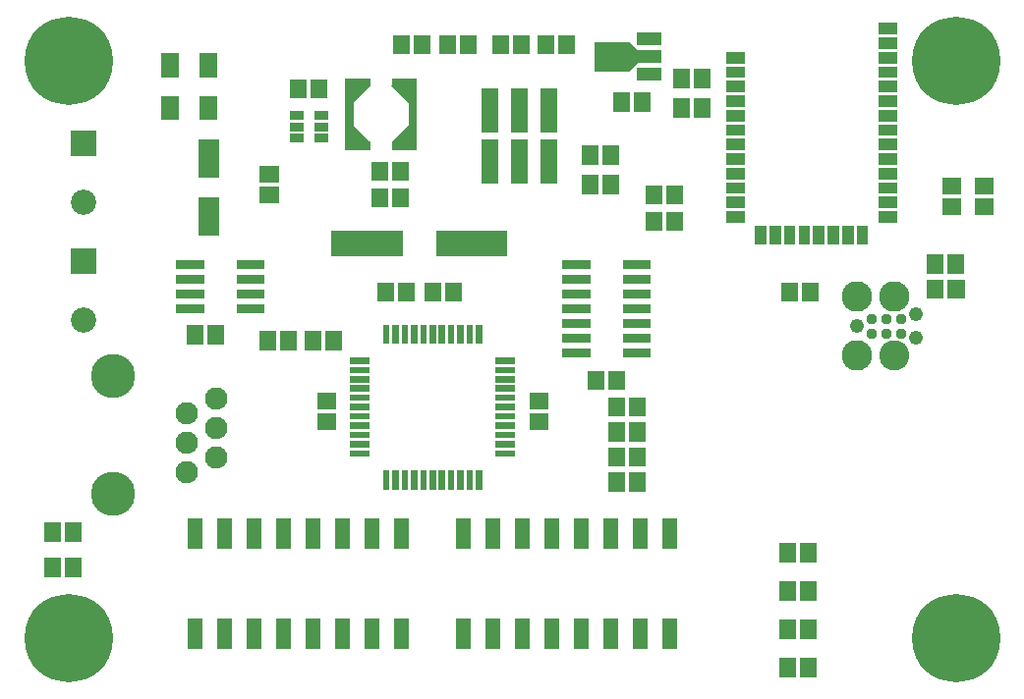
<source format=gbr>
G04 start of page 7 for group -4063 idx -4063 *
G04 Title: (unknown), componentmask *
G04 Creator: pcb 4.0.2 *
G04 CreationDate: Sun Oct 16 03:55:39 2022 UTC *
G04 For: ndholmes *
G04 Format: Gerber/RS-274X *
G04 PCB-Dimensions (mil): 3350.00 2300.00 *
G04 PCB-Coordinate-Origin: lower left *
%MOIN*%
%FSLAX25Y25*%
%LNTOPMASK*%
%ADD61C,0.0370*%
%ADD60C,0.0860*%
%ADD59C,0.0001*%
%ADD58C,0.0760*%
%ADD57C,0.1500*%
%ADD56C,0.2997*%
%ADD55C,0.1025*%
%ADD54C,0.0490*%
%ADD53C,0.1035*%
G54D53*X284500Y133000D03*
X297000D03*
G54D54*X284500Y123000D03*
G54D55*X297000Y113000D03*
G54D53*X284500D03*
G54D54*X304500Y127000D03*
Y119000D03*
G54D56*X318000Y213000D03*
Y17000D03*
G54D57*X32000Y106000D03*
G54D58*X67000Y98500D03*
X57000Y93500D03*
X67000Y88500D03*
X57000Y83500D03*
X67000Y78500D03*
X57000Y73500D03*
G54D57*X32000Y66000D03*
G54D56*X17000Y17000D03*
Y213000D03*
G54D59*G36*
X17700Y149300D02*Y140700D01*
X26300D01*
Y149300D01*
X17700D01*
G37*
G54D60*X22000Y125000D03*
G54D59*G36*
X17700Y189300D02*Y180700D01*
X26300D01*
Y189300D01*
X17700D01*
G37*
G54D60*X22000Y165000D03*
G54D59*G36*
X53500Y145500D02*Y142500D01*
X63000D01*
Y145500D01*
X53500D01*
G37*
G36*
Y140500D02*Y137500D01*
X63000D01*
Y140500D01*
X53500D01*
G37*
G36*
Y135500D02*Y132500D01*
X63000D01*
Y135500D01*
X53500D01*
G37*
G36*
X74000Y130500D02*Y127500D01*
X83500D01*
Y130500D01*
X74000D01*
G37*
G36*
Y135500D02*Y132500D01*
X83500D01*
Y135500D01*
X74000D01*
G37*
G36*
Y140500D02*Y137500D01*
X83500D01*
Y140500D01*
X74000D01*
G37*
G36*
Y145500D02*Y142500D01*
X83500D01*
Y145500D01*
X74000D01*
G37*
G36*
X53500Y130500D02*Y127500D01*
X63000D01*
Y130500D01*
X53500D01*
G37*
G36*
X62816Y123252D02*X57098D01*
Y116748D01*
X62816D01*
Y123252D01*
G37*
G36*
X109902Y121252D02*X104184D01*
Y114748D01*
X109902D01*
Y121252D01*
G37*
G36*
X102816D02*X97098D01*
Y114748D01*
X102816D01*
Y121252D01*
G37*
G36*
X87316D02*X81598D01*
Y114748D01*
X87316D01*
Y121252D01*
G37*
G36*
X94402D02*X88684D01*
Y114748D01*
X94402D01*
Y121252D01*
G37*
G36*
X69902Y123252D02*X64184D01*
Y116748D01*
X69902D01*
Y123252D01*
G37*
G36*
X67950Y166757D02*X61050D01*
Y153558D01*
X67950D01*
Y166757D01*
G37*
G36*
X106172Y155237D02*Y146763D01*
X130394D01*
Y155237D01*
X106172D01*
G37*
G36*
X141606D02*Y146763D01*
X165828D01*
Y155237D01*
X141606D01*
G37*
G36*
X150402Y137752D02*X144684D01*
Y131248D01*
X150402D01*
Y137752D01*
G37*
G36*
X143316D02*X137598D01*
Y131248D01*
X143316D01*
Y137752D01*
G37*
G36*
X127316D02*X121598D01*
Y131248D01*
X127316D01*
Y137752D01*
G37*
G36*
X134402D02*X128684D01*
Y131248D01*
X134402D01*
Y137752D01*
G37*
G36*
X205000Y130500D02*Y127500D01*
X214500D01*
Y130500D01*
X205000D01*
G37*
G36*
Y135500D02*Y132500D01*
X214500D01*
Y135500D01*
X205000D01*
G37*
G36*
Y140500D02*Y137500D01*
X214500D01*
Y140500D01*
X205000D01*
G37*
G36*
Y145500D02*Y142500D01*
X214500D01*
Y145500D01*
X205000D01*
G37*
G36*
X225402Y161752D02*X219684D01*
Y155248D01*
X225402D01*
Y161752D01*
G37*
G36*
X218316D02*X212598D01*
Y155248D01*
X218316D01*
Y161752D01*
G37*
G36*
X184500Y145500D02*Y142500D01*
X194000D01*
Y145500D01*
X184500D01*
G37*
G36*
Y140500D02*Y137500D01*
X194000D01*
Y140500D01*
X184500D01*
G37*
G36*
Y135500D02*Y132500D01*
X194000D01*
Y135500D01*
X184500D01*
G37*
G54D61*X289500Y120500D03*
Y125500D03*
X294500Y120500D03*
Y125500D03*
X299500Y120500D03*
Y125500D03*
G54D59*G36*
X264316Y137752D02*X258598D01*
Y131248D01*
X264316D01*
Y137752D01*
G37*
G36*
X271402D02*X265684D01*
Y131248D01*
X271402D01*
Y137752D01*
G37*
G36*
X320945Y138752D02*X315227D01*
Y132248D01*
X320945D01*
Y138752D01*
G37*
G36*
X313859D02*X308141D01*
Y132248D01*
X313859D01*
Y138752D01*
G37*
G36*
X320902Y147252D02*X315184D01*
Y140748D01*
X320902D01*
Y147252D01*
G37*
G36*
X313816D02*X308098D01*
Y140748D01*
X313816D01*
Y147252D01*
G37*
G36*
X184500Y130500D02*Y127500D01*
X194000D01*
Y130500D01*
X184500D01*
G37*
G36*
X205000Y115500D02*Y112500D01*
X214500D01*
Y115500D01*
X205000D01*
G37*
G36*
Y120500D02*Y117500D01*
X214500D01*
Y120500D01*
X205000D01*
G37*
G36*
Y125500D02*Y122500D01*
X214500D01*
Y125500D01*
X205000D01*
G37*
G36*
X184500D02*Y122500D01*
X194000D01*
Y125500D01*
X184500D01*
G37*
G36*
Y120500D02*Y117500D01*
X194000D01*
Y120500D01*
X184500D01*
G37*
G36*
Y115500D02*Y112500D01*
X194000D01*
Y115500D01*
X184500D01*
G37*
G36*
X205902Y107752D02*X200184D01*
Y101248D01*
X205902D01*
Y107752D01*
G37*
G36*
X198816D02*X193098D01*
Y101248D01*
X198816D01*
Y107752D01*
G37*
G36*
X212902Y98752D02*X207184D01*
Y92248D01*
X212902D01*
Y98752D01*
G37*
G36*
X205816D02*X200098D01*
Y92248D01*
X205816D01*
Y98752D01*
G37*
G36*
X212902Y90252D02*X207184D01*
Y83748D01*
X212902D01*
Y90252D01*
G37*
G36*
X205816D02*X200098D01*
Y83748D01*
X205816D01*
Y90252D01*
G37*
G36*
X212902Y81752D02*X207184D01*
Y75248D01*
X212902D01*
Y81752D01*
G37*
G36*
X205816D02*X200098D01*
Y75248D01*
X205816D01*
Y81752D01*
G37*
G36*
X212902Y73252D02*X207184D01*
Y66748D01*
X212902D01*
Y73252D01*
G37*
G36*
X205816D02*X200098D01*
Y66748D01*
X205816D01*
Y73252D01*
G37*
G36*
X207316Y202252D02*X201598D01*
Y195748D01*
X207316D01*
Y202252D01*
G37*
G36*
X214402D02*X208684D01*
Y195748D01*
X214402D01*
Y202252D01*
G37*
G36*
X181816Y221752D02*X176098D01*
Y215248D01*
X181816D01*
Y221752D01*
G37*
G36*
X188902D02*X183184D01*
Y215248D01*
X188902D01*
Y221752D01*
G37*
G36*
X166316D02*X160598D01*
Y215248D01*
X166316D01*
Y221752D01*
G37*
G36*
X173402D02*X167684D01*
Y215248D01*
X173402D01*
Y221752D01*
G37*
G36*
X209700Y210784D02*Y206404D01*
X218174D01*
Y210784D01*
X209700D01*
G37*
G36*
X201984Y216690D02*Y212310D01*
X218174D01*
Y216690D01*
X201984D01*
G37*
G36*
X195525Y219525D02*Y209475D01*
X207465D01*
Y219525D01*
X195525D01*
G37*
G36*
X210429Y212615D02*X208585Y214459D01*
X205321Y211195D01*
X207165Y209351D01*
X210429Y212615D01*
G37*
G36*
X207165Y219649D02*X205321Y217805D01*
X208585Y214541D01*
X210429Y216385D01*
X207165Y219649D01*
G37*
G36*
X209700Y222596D02*Y218216D01*
X218174D01*
Y222596D01*
X209700D01*
G37*
G36*
X227816Y210252D02*X222098D01*
Y203748D01*
X227816D01*
Y210252D01*
G37*
G36*
Y200252D02*X222098D01*
Y193748D01*
X227816D01*
Y200252D01*
G37*
G36*
X139902Y221752D02*X134184D01*
Y215248D01*
X139902D01*
Y221752D01*
G37*
G36*
X132816D02*X127098D01*
Y215248D01*
X132816D01*
Y221752D01*
G37*
G36*
X155402D02*X149684D01*
Y215248D01*
X155402D01*
Y221752D01*
G37*
G36*
X148316D02*X142598D01*
Y215248D01*
X148316D01*
Y221752D01*
G37*
G36*
X162800Y186304D02*X157200D01*
Y171216D01*
X162800D01*
Y186304D01*
G37*
G36*
Y203784D02*X157200D01*
Y188696D01*
X162800D01*
Y203784D01*
G37*
G36*
X172800Y186304D02*X167200D01*
Y171216D01*
X172800D01*
Y186304D01*
G37*
G36*
Y203784D02*X167200D01*
Y188696D01*
X172800D01*
Y203784D01*
G37*
G36*
X182800Y186304D02*X177200D01*
Y171216D01*
X182800D01*
Y186304D01*
G37*
G36*
Y203784D02*X177200D01*
Y188696D01*
X182800D01*
Y203784D01*
G37*
G36*
X196816Y184252D02*X191098D01*
Y177748D01*
X196816D01*
Y184252D01*
G37*
G36*
X203902D02*X198184D01*
Y177748D01*
X203902D01*
Y184252D01*
G37*
G36*
X196816Y174252D02*X191098D01*
Y167748D01*
X196816D01*
Y174252D01*
G37*
G36*
X203902D02*X198184D01*
Y167748D01*
X203902D01*
Y174252D01*
G37*
G36*
X135150Y207150D02*X132250D01*
Y182850D01*
X135150D01*
Y207150D01*
G37*
G36*
X126650D02*Y204250D01*
X135150D01*
Y207150D01*
X126650D01*
G37*
G36*
X135096Y188923D02*X132550Y191469D01*
X126531Y185450D01*
X129077Y182904D01*
X135096Y188923D01*
G37*
G36*
X129077Y207096D02*X126531Y204550D01*
X132550Y198531D01*
X135096Y201077D01*
X129077Y207096D01*
G37*
G36*
X130750Y187250D02*Y183650D01*
X134350D01*
Y187250D01*
X130750D01*
G37*
G36*
Y206350D02*Y202750D01*
X134350D01*
Y206350D01*
X130750D01*
G37*
G36*
X126650Y185750D02*Y182850D01*
X135150D01*
Y185750D01*
X126650D01*
G37*
G36*
X132402Y178752D02*X126684D01*
Y172248D01*
X132402D01*
Y178752D01*
G37*
G36*
Y169752D02*X126684D01*
Y163248D01*
X132402D01*
Y169752D01*
G37*
G36*
X240050Y216096D02*Y212196D01*
X246352D01*
Y216096D01*
X240050D01*
G37*
G36*
Y211174D02*Y207274D01*
X246352D01*
Y211174D01*
X240050D01*
G37*
G36*
Y206253D02*Y202353D01*
X246352D01*
Y206253D01*
X240050D01*
G37*
G36*
Y201332D02*Y197432D01*
X246352D01*
Y201332D01*
X240050D01*
G37*
G36*
Y196411D02*Y192511D01*
X246352D01*
Y196411D01*
X240050D01*
G37*
G36*
Y191489D02*Y187589D01*
X246352D01*
Y191489D01*
X240050D01*
G37*
G36*
Y186568D02*Y182668D01*
X246352D01*
Y186568D01*
X240050D01*
G37*
G36*
X234902Y210252D02*X229184D01*
Y203748D01*
X234902D01*
Y210252D01*
G37*
G36*
Y200252D02*X229184D01*
Y193748D01*
X234902D01*
Y200252D01*
G37*
G36*
X240050Y181647D02*Y177747D01*
X246352D01*
Y181647D01*
X240050D01*
G37*
G36*
Y176726D02*Y172826D01*
X246352D01*
Y176726D01*
X240050D01*
G37*
G36*
Y171804D02*Y167904D01*
X246352D01*
Y171804D01*
X240050D01*
G37*
G36*
Y166883D02*Y162983D01*
X246352D01*
Y166883D01*
X240050D01*
G37*
G36*
Y161962D02*Y158062D01*
X246352D01*
Y161962D01*
X240050D01*
G37*
G36*
X253726Y157100D02*X249826D01*
Y150802D01*
X253726D01*
Y157100D01*
G37*
G36*
X225402Y170752D02*X219684D01*
Y164248D01*
X225402D01*
Y170752D01*
G37*
G36*
X218316D02*X212598D01*
Y164248D01*
X218316D01*
Y170752D01*
G37*
G36*
X258647Y157100D02*X254747D01*
Y150802D01*
X258647D01*
Y157100D01*
G37*
G36*
X263568D02*X259668D01*
Y150802D01*
X263568D01*
Y157100D01*
G37*
G36*
X268489D02*X264589D01*
Y150802D01*
X268489D01*
Y157100D01*
G37*
G36*
X273411D02*X269511D01*
Y150802D01*
X273411D01*
Y157100D01*
G37*
G36*
X278332D02*X274432D01*
Y150802D01*
X278332D01*
Y157100D01*
G37*
G36*
X283253D02*X279353D01*
Y150802D01*
X283253D01*
Y157100D01*
G37*
G36*
X288174D02*X284274D01*
Y150802D01*
X288174D01*
Y157100D01*
G37*
G36*
X291648Y161962D02*Y158062D01*
X297950D01*
Y161962D01*
X291648D01*
G37*
G36*
Y166883D02*Y162983D01*
X297950D01*
Y166883D01*
X291648D01*
G37*
G36*
Y171804D02*Y167904D01*
X297950D01*
Y171804D01*
X291648D01*
G37*
G36*
Y176726D02*Y172826D01*
X297950D01*
Y176726D01*
X291648D01*
G37*
G36*
X313248Y173402D02*Y167684D01*
X319752D01*
Y173402D01*
X313248D01*
G37*
G36*
Y166316D02*Y160598D01*
X319752D01*
Y166316D01*
X313248D01*
G37*
G36*
X324248Y173402D02*Y167684D01*
X330752D01*
Y173402D01*
X324248D01*
G37*
G36*
Y166316D02*Y160598D01*
X330752D01*
Y166316D01*
X324248D01*
G37*
G36*
X291648Y181647D02*Y177747D01*
X297950D01*
Y181647D01*
X291648D01*
G37*
G36*
Y186568D02*Y182668D01*
X297950D01*
Y186568D01*
X291648D01*
G37*
G36*
Y191489D02*Y187589D01*
X297950D01*
Y191489D01*
X291648D01*
G37*
G36*
Y196411D02*Y192511D01*
X297950D01*
Y196411D01*
X291648D01*
G37*
G36*
Y201332D02*Y197432D01*
X297950D01*
Y201332D01*
X291648D01*
G37*
G36*
Y206253D02*Y202353D01*
X297950D01*
Y206253D01*
X291648D01*
G37*
G36*
Y211174D02*Y207274D01*
X297950D01*
Y211174D01*
X291648D01*
G37*
G36*
Y216096D02*Y212196D01*
X297950D01*
Y216096D01*
X291648D01*
G37*
G36*
Y221017D02*Y217117D01*
X297950D01*
Y221017D01*
X291648D01*
G37*
G36*
Y225938D02*Y222038D01*
X297950D01*
Y225938D01*
X291648D01*
G37*
G36*
X153500Y23650D02*X148500D01*
Y13450D01*
X153500D01*
Y23650D01*
G37*
G36*
X163500D02*X158500D01*
Y13450D01*
X163500D01*
Y23650D01*
G37*
G36*
X173500D02*X168500D01*
Y13450D01*
X173500D01*
Y23650D01*
G37*
G36*
X183500D02*X178500D01*
Y13450D01*
X183500D01*
Y23650D01*
G37*
G36*
X193500D02*X188500D01*
Y13450D01*
X193500D01*
Y23650D01*
G37*
G36*
X203500D02*X198500D01*
Y13450D01*
X203500D01*
Y23650D01*
G37*
G36*
X213500D02*X208500D01*
Y13450D01*
X213500D01*
Y23650D01*
G37*
G36*
X153500Y57550D02*X148500D01*
Y47350D01*
X153500D01*
Y57550D01*
G37*
G36*
X163500D02*X158500D01*
Y47350D01*
X163500D01*
Y57550D01*
G37*
G36*
X173500D02*X168500D01*
Y47350D01*
X173500D01*
Y57550D01*
G37*
G36*
X183500D02*X178500D01*
Y47350D01*
X183500D01*
Y57550D01*
G37*
G36*
X193500D02*X188500D01*
Y47350D01*
X193500D01*
Y57550D01*
G37*
G36*
X203500D02*X198500D01*
Y47350D01*
X203500D01*
Y57550D01*
G37*
G36*
X213500D02*X208500D01*
Y47350D01*
X213500D01*
Y57550D01*
G37*
G36*
X223500D02*X218500D01*
Y47350D01*
X223500D01*
Y57550D01*
G37*
G36*
X62500Y23650D02*X57500D01*
Y13450D01*
X62500D01*
Y23650D01*
G37*
G36*
X72500D02*X67500D01*
Y13450D01*
X72500D01*
Y23650D01*
G37*
G36*
X82500D02*X77500D01*
Y13450D01*
X82500D01*
Y23650D01*
G37*
G36*
X92500D02*X87500D01*
Y13450D01*
X92500D01*
Y23650D01*
G37*
G36*
X102500D02*X97500D01*
Y13450D01*
X102500D01*
Y23650D01*
G37*
G36*
X112500D02*X107500D01*
Y13450D01*
X112500D01*
Y23650D01*
G37*
G36*
X122500D02*X117500D01*
Y13450D01*
X122500D01*
Y23650D01*
G37*
G36*
X132500D02*X127500D01*
Y13450D01*
X132500D01*
Y23650D01*
G37*
G36*
X14316Y56252D02*X8598D01*
Y49748D01*
X14316D01*
Y56252D01*
G37*
G36*
X21402D02*X15684D01*
Y49748D01*
X21402D01*
Y56252D01*
G37*
G36*
Y44252D02*X15684D01*
Y37748D01*
X21402D01*
Y44252D01*
G37*
G36*
X14316D02*X8598D01*
Y37748D01*
X14316D01*
Y44252D01*
G37*
G36*
X223500Y23650D02*X218500D01*
Y13450D01*
X223500D01*
Y23650D01*
G37*
G36*
X270902Y10252D02*X265184D01*
Y3748D01*
X270902D01*
Y10252D01*
G37*
G36*
X263816D02*X258098D01*
Y3748D01*
X263816D01*
Y10252D01*
G37*
G36*
X270902Y23252D02*X265184D01*
Y16748D01*
X270902D01*
Y23252D01*
G37*
G36*
X263816D02*X258098D01*
Y16748D01*
X263816D01*
Y23252D01*
G37*
G36*
X270902Y36252D02*X265184D01*
Y29748D01*
X270902D01*
Y36252D01*
G37*
G36*
X263816D02*X258098D01*
Y29748D01*
X263816D01*
Y36252D01*
G37*
G36*
X270902Y49252D02*X265184D01*
Y42748D01*
X270902D01*
Y49252D01*
G37*
G36*
X263816D02*X258098D01*
Y42748D01*
X263816D01*
Y49252D01*
G37*
G36*
X62500Y57550D02*X57500D01*
Y47350D01*
X62500D01*
Y57550D01*
G37*
G36*
X72500D02*X67500D01*
Y47350D01*
X72500D01*
Y57550D01*
G37*
G36*
X82500D02*X77500D01*
Y47350D01*
X82500D01*
Y57550D01*
G37*
G36*
X92500D02*X87500D01*
Y47350D01*
X92500D01*
Y57550D01*
G37*
G36*
X102500D02*X97500D01*
Y47350D01*
X102500D01*
Y57550D01*
G37*
G36*
X112500D02*X107500D01*
Y47350D01*
X112500D01*
Y57550D01*
G37*
G36*
X122500D02*X117500D01*
Y47350D01*
X122500D01*
Y57550D01*
G37*
G36*
X132500D02*X127500D01*
Y47350D01*
X132500D01*
Y57550D01*
G37*
G36*
X157335Y123485D02*X155161D01*
Y116885D01*
X157335D01*
Y123485D01*
G37*
G36*
X154186D02*X152012D01*
Y116885D01*
X154186D01*
Y123485D01*
G37*
G36*
X151036D02*X148862D01*
Y116885D01*
X151036D01*
Y123485D01*
G37*
G36*
X147887D02*X145713D01*
Y116885D01*
X147887D01*
Y123485D01*
G37*
G36*
X144737D02*X142563D01*
Y116885D01*
X144737D01*
Y123485D01*
G37*
G36*
X141587D02*X139413D01*
Y116885D01*
X141587D01*
Y123485D01*
G37*
G36*
X138438D02*X136264D01*
Y116885D01*
X138438D01*
Y123485D01*
G37*
G36*
X135288D02*X133114D01*
Y116885D01*
X135288D01*
Y123485D01*
G37*
G36*
X132139D02*X129965D01*
Y116885D01*
X132139D01*
Y123485D01*
G37*
G36*
X128989D02*X126815D01*
Y116885D01*
X128989D01*
Y123485D01*
G37*
G36*
X125839D02*X123665D01*
Y116885D01*
X125839D01*
Y123485D01*
G37*
G36*
X112515Y112335D02*Y110161D01*
X119115D01*
Y112335D01*
X112515D01*
G37*
G36*
Y109186D02*Y107012D01*
X119115D01*
Y109186D01*
X112515D01*
G37*
G36*
Y106036D02*Y103862D01*
X119115D01*
Y106036D01*
X112515D01*
G37*
G36*
Y102887D02*Y100713D01*
X119115D01*
Y102887D01*
X112515D01*
G37*
G36*
Y99737D02*Y97563D01*
X119115D01*
Y99737D01*
X112515D01*
G37*
G36*
Y96587D02*Y94413D01*
X119115D01*
Y96587D01*
X112515D01*
G37*
G36*
X101248Y100402D02*Y94684D01*
X107752D01*
Y100402D01*
X101248D01*
G37*
G36*
Y93316D02*Y87598D01*
X107752D01*
Y93316D01*
X101248D01*
G37*
G36*
X112515Y93438D02*Y91264D01*
X119115D01*
Y93438D01*
X112515D01*
G37*
G36*
Y90288D02*Y88114D01*
X119115D01*
Y90288D01*
X112515D01*
G37*
G36*
Y87139D02*Y84965D01*
X119115D01*
Y87139D01*
X112515D01*
G37*
G36*
Y83989D02*Y81815D01*
X119115D01*
Y83989D01*
X112515D01*
G37*
G36*
Y80839D02*Y78665D01*
X119115D01*
Y80839D01*
X112515D01*
G37*
G36*
X125839Y74115D02*X123665D01*
Y67515D01*
X125839D01*
Y74115D01*
G37*
G36*
X128988D02*X126814D01*
Y67515D01*
X128988D01*
Y74115D01*
G37*
G36*
X132138D02*X129964D01*
Y67515D01*
X132138D01*
Y74115D01*
G37*
G36*
X135287D02*X133113D01*
Y67515D01*
X135287D01*
Y74115D01*
G37*
G36*
X138437D02*X136263D01*
Y67515D01*
X138437D01*
Y74115D01*
G37*
G36*
X141587D02*X139413D01*
Y67515D01*
X141587D01*
Y74115D01*
G37*
G36*
X144736D02*X142562D01*
Y67515D01*
X144736D01*
Y74115D01*
G37*
G36*
X147886D02*X145712D01*
Y67515D01*
X147886D01*
Y74115D01*
G37*
G36*
X151035D02*X148861D01*
Y67515D01*
X151035D01*
Y74115D01*
G37*
G36*
X154185D02*X152011D01*
Y67515D01*
X154185D01*
Y74115D01*
G37*
G36*
X157335D02*X155161D01*
Y67515D01*
X157335D01*
Y74115D01*
G37*
G36*
X161885Y80839D02*Y78665D01*
X168485D01*
Y80839D01*
X161885D01*
G37*
G36*
Y83988D02*Y81814D01*
X168485D01*
Y83988D01*
X161885D01*
G37*
G36*
Y87138D02*Y84964D01*
X168485D01*
Y87138D01*
X161885D01*
G37*
G36*
Y90287D02*Y88113D01*
X168485D01*
Y90287D01*
X161885D01*
G37*
G36*
Y93437D02*Y91263D01*
X168485D01*
Y93437D01*
X161885D01*
G37*
G36*
X173248Y93316D02*Y87598D01*
X179752D01*
Y93316D01*
X173248D01*
G37*
G36*
Y100402D02*Y94684D01*
X179752D01*
Y100402D01*
X173248D01*
G37*
G36*
X161885Y96587D02*Y94413D01*
X168485D01*
Y96587D01*
X161885D01*
G37*
G36*
Y99736D02*Y97562D01*
X168485D01*
Y99736D01*
X161885D01*
G37*
G36*
Y102886D02*Y100712D01*
X168485D01*
Y102886D01*
X161885D01*
G37*
G36*
Y106035D02*Y103861D01*
X168485D01*
Y106035D01*
X161885D01*
G37*
G36*
Y109185D02*Y107011D01*
X168485D01*
Y109185D01*
X161885D01*
G37*
G36*
Y112335D02*Y110161D01*
X168485D01*
Y112335D01*
X161885D01*
G37*
G36*
X54550Y215550D02*X48450D01*
Y207450D01*
X54550D01*
Y215550D01*
G37*
G36*
X67550D02*X61450D01*
Y207450D01*
X67550D01*
Y215550D01*
G37*
G36*
X54550Y201050D02*X48450D01*
Y192950D01*
X54550D01*
Y201050D01*
G37*
G36*
X67550D02*X61450D01*
Y192950D01*
X67550D01*
Y201050D01*
G37*
G36*
X67950Y186442D02*X61050D01*
Y173243D01*
X67950D01*
Y186442D01*
G37*
G36*
X81748Y177402D02*Y171684D01*
X88252D01*
Y177402D01*
X81748D01*
G37*
G36*
Y170316D02*Y164598D01*
X88252D01*
Y170316D01*
X81748D01*
G37*
G36*
X113750Y207150D02*X110850D01*
Y182850D01*
X113750D01*
Y207150D01*
G37*
G36*
X110850Y185750D02*Y182850D01*
X119350D01*
Y185750D01*
X110850D01*
G37*
G36*
Y207150D02*Y204250D01*
X119350D01*
Y207150D01*
X110850D01*
G37*
G36*
X111650Y187250D02*Y183650D01*
X115250D01*
Y187250D01*
X111650D01*
G37*
G36*
Y206350D02*Y202750D01*
X115250D01*
Y206350D01*
X111650D01*
G37*
G36*
X113450Y191469D02*X110904Y188923D01*
X116923Y182904D01*
X119469Y185450D01*
X113450Y191469D01*
G37*
G36*
X119469Y204550D02*X116923Y207096D01*
X110904Y201077D01*
X113450Y198531D01*
X119469Y204550D01*
G37*
G36*
X125316Y178752D02*X119598D01*
Y172248D01*
X125316D01*
Y178752D01*
G37*
G36*
Y169752D02*X119598D01*
Y163248D01*
X125316D01*
Y169752D01*
G37*
G36*
X92200Y196000D02*Y193000D01*
X96800D01*
Y196000D01*
X92200D01*
G37*
G36*
Y192100D02*Y189100D01*
X96800D01*
Y192100D01*
X92200D01*
G37*
G36*
Y188200D02*Y185200D01*
X96800D01*
Y188200D01*
X92200D01*
G37*
G36*
X100400D02*Y185200D01*
X105000D01*
Y188200D01*
X100400D01*
G37*
G36*
Y192100D02*Y189100D01*
X105000D01*
Y192100D01*
X100400D01*
G37*
G36*
Y196000D02*Y193000D01*
X105000D01*
Y196000D01*
X100400D01*
G37*
G36*
X97816Y206752D02*X92098D01*
Y200248D01*
X97816D01*
Y206752D01*
G37*
G36*
X104902D02*X99184D01*
Y200248D01*
X104902D01*
Y206752D01*
G37*
M02*

</source>
